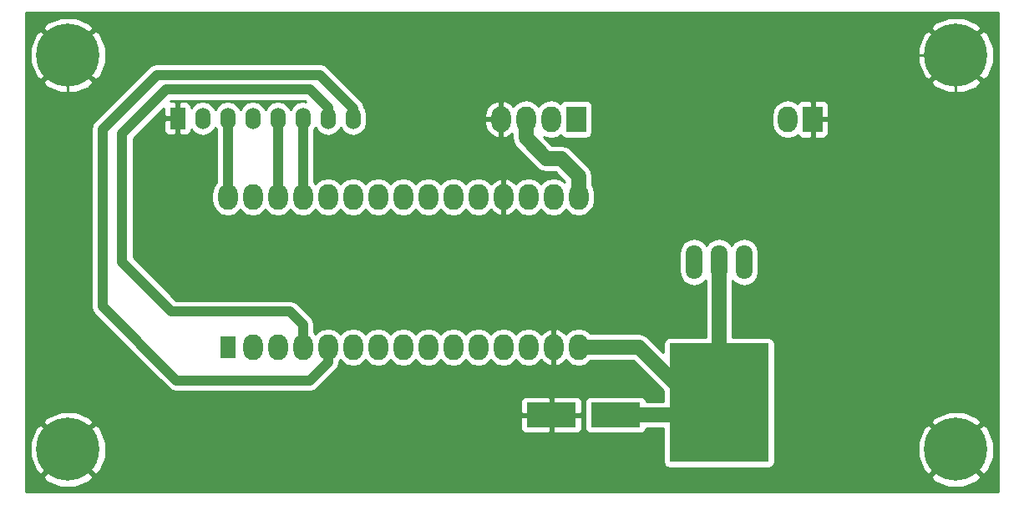
<source format=gtl>
G04 #@! TF.FileFunction,Copper,L1,Top,Signal*
%FSLAX46Y46*%
G04 Gerber Fmt 4.6, Leading zero omitted, Abs format (unit mm)*
G04 Created by KiCad (PCBNEW 4.0.6) date 07/16/17 10:36:20*
%MOMM*%
%LPD*%
G01*
G04 APERTURE LIST*
%ADD10C,0.100000*%
%ADD11O,1.699260X3.500120*%
%ADD12R,10.000000X12.000000*%
%ADD13R,1.574800X2.286000*%
%ADD14O,2.000000X2.600000*%
%ADD15R,5.000000X2.500000*%
%ADD16R,2.000000X2.600000*%
%ADD17C,6.400000*%
%ADD18O,1.524000X2.197100*%
%ADD19R,1.524000X2.197100*%
%ADD20C,0.600000*%
%ADD21C,0.250000*%
%ADD22C,1.500000*%
%ADD23C,1.000000*%
%ADD24C,0.500000*%
%ADD25C,0.254000*%
G04 APERTURE END LIST*
D10*
D11*
X162000000Y-95000000D03*
X164540000Y-95000000D03*
X159460000Y-95000000D03*
D12*
X162000000Y-109264000D03*
D13*
X112200000Y-103620000D03*
D14*
X114740000Y-103620000D03*
X117280000Y-103620000D03*
X119820000Y-103620000D03*
X122360000Y-103620000D03*
X124900000Y-103620000D03*
X127440000Y-103620000D03*
X129980000Y-103620000D03*
X132520000Y-103620000D03*
X135060000Y-103620000D03*
X137600000Y-103620000D03*
X140140000Y-103620000D03*
X142680000Y-103620000D03*
X145220000Y-103620000D03*
X147760000Y-103620000D03*
X147760000Y-88380000D03*
X145220000Y-88380000D03*
X142680000Y-88380000D03*
X140140000Y-88380000D03*
X137600000Y-88380000D03*
X135060000Y-88380000D03*
X132520000Y-88380000D03*
X129980000Y-88380000D03*
X127440000Y-88380000D03*
X124900000Y-88380000D03*
X122360000Y-88380000D03*
X119820000Y-88380000D03*
X117280000Y-88380000D03*
X114740000Y-88380000D03*
X112200000Y-88380000D03*
D15*
X151500000Y-110500000D03*
X145000000Y-110500000D03*
D16*
X171500000Y-80500000D03*
D14*
X168960000Y-80500000D03*
D16*
X147500000Y-80500000D03*
D14*
X144960000Y-80500000D03*
X142420000Y-80500000D03*
X139880000Y-80500000D03*
D17*
X96000000Y-114000000D03*
X186000000Y-74000000D03*
X186000000Y-114000000D03*
X96000000Y-74000000D03*
D18*
X122350000Y-80423800D03*
X117270000Y-80423800D03*
X114730000Y-80423800D03*
X112190000Y-80423800D03*
X124890000Y-80423800D03*
X119810000Y-80423800D03*
D19*
X107110000Y-80423800D03*
D18*
X109650000Y-80423800D03*
D20*
X135000000Y-92500000D03*
X125000000Y-92500000D03*
X115000000Y-92500000D03*
X132500000Y-97500000D03*
X122500000Y-97500000D03*
X112500000Y-97500000D03*
X100000000Y-72500000D03*
X110000000Y-72500000D03*
X120000000Y-72500000D03*
X130000000Y-72500000D03*
X140000000Y-72500000D03*
X150000000Y-72500000D03*
X160000000Y-72500000D03*
X170000000Y-72500000D03*
X180000000Y-72500000D03*
X185000000Y-85000000D03*
X185000000Y-95000000D03*
X185000000Y-105000000D03*
X170000000Y-115000000D03*
X180000000Y-115000000D03*
X155000000Y-115000000D03*
X145000000Y-115000000D03*
X135000000Y-115000000D03*
X125000000Y-115000000D03*
X115000000Y-115000000D03*
X105000000Y-115000000D03*
X95000000Y-100000000D03*
X95000000Y-90000000D03*
X95000000Y-80000000D03*
D21*
X107110000Y-80423800D02*
X107110000Y-92110000D01*
X125000000Y-92500000D02*
X135000000Y-92500000D01*
X107500000Y-92500000D02*
X115000000Y-92500000D01*
X107110000Y-92110000D02*
X107500000Y-92500000D01*
X132500000Y-97500000D02*
X122500000Y-97500000D01*
X186000000Y-74000000D02*
X181500000Y-74000000D01*
X110000000Y-72500000D02*
X100000000Y-72500000D01*
X130000000Y-72500000D02*
X120000000Y-72500000D01*
X150000000Y-72500000D02*
X140000000Y-72500000D01*
X170000000Y-72500000D02*
X160000000Y-72500000D01*
X181500000Y-74000000D02*
X180000000Y-72500000D01*
X186000000Y-84000000D02*
X186000000Y-74000000D01*
X185000000Y-85000000D02*
X186000000Y-84000000D01*
X185000000Y-105000000D02*
X185000000Y-95000000D01*
X180000000Y-115000000D02*
X170000000Y-115000000D01*
X145000000Y-115000000D02*
X155000000Y-115000000D01*
X125000000Y-115000000D02*
X135000000Y-115000000D01*
X105000000Y-115000000D02*
X115000000Y-115000000D01*
X96000000Y-74000000D02*
X96000000Y-79000000D01*
X95000000Y-90000000D02*
X95000000Y-100000000D01*
X96000000Y-79000000D02*
X95000000Y-80000000D01*
D22*
X151500000Y-110500000D02*
X160736000Y-110500000D01*
X160736000Y-110500000D02*
X162000000Y-111764000D01*
X147760000Y-103620000D02*
X153856000Y-103620000D01*
X153856000Y-103620000D02*
X162000000Y-111764000D01*
X162000000Y-95000000D02*
X162000000Y-111764000D01*
X142420000Y-80500000D02*
X142420000Y-82420000D01*
X147760000Y-86260000D02*
X147760000Y-88380000D01*
X146000000Y-84500000D02*
X147760000Y-86260000D01*
X144500000Y-84500000D02*
X146000000Y-84500000D01*
X142420000Y-82420000D02*
X144500000Y-84500000D01*
D23*
X122350000Y-80423800D02*
X122350000Y-79350000D01*
X122350000Y-79350000D02*
X120500000Y-77500000D01*
X120500000Y-77500000D02*
X106000000Y-77500000D01*
X106000000Y-77500000D02*
X101500000Y-82000000D01*
X101500000Y-82000000D02*
X101500000Y-95000000D01*
X101500000Y-95000000D02*
X106500000Y-100000000D01*
X106500000Y-100000000D02*
X118500000Y-100000000D01*
X118500000Y-100000000D02*
X119820000Y-101320000D01*
X119820000Y-101320000D02*
X119820000Y-103620000D01*
X117270000Y-80423800D02*
X117270000Y-88370000D01*
D24*
X117270000Y-88370000D02*
X117280000Y-88380000D01*
D23*
X112190000Y-80423800D02*
X112190000Y-88370000D01*
D24*
X112190000Y-88370000D02*
X112200000Y-88380000D01*
D23*
X122360000Y-103620000D02*
X122360000Y-105140000D01*
X121500000Y-76000000D02*
X124890000Y-79390000D01*
X105000000Y-76000000D02*
X121500000Y-76000000D01*
X99500000Y-81500000D02*
X105000000Y-76000000D01*
X99500000Y-99500000D02*
X99500000Y-81500000D01*
X107000000Y-107000000D02*
X99500000Y-99500000D01*
X120500000Y-107000000D02*
X107000000Y-107000000D01*
X122360000Y-105140000D02*
X120500000Y-107000000D01*
X124890000Y-79390000D02*
X124890000Y-80423800D01*
X119810000Y-80423800D02*
X119810000Y-88370000D01*
D24*
X119810000Y-88370000D02*
X119820000Y-88380000D01*
D25*
G36*
X190290000Y-118290000D02*
X91710000Y-118290000D01*
X91710000Y-116740910D01*
X93438695Y-116740910D01*
X93805640Y-117236343D01*
X95211171Y-117829736D01*
X96736793Y-117840087D01*
X98150246Y-117265819D01*
X98194360Y-117236343D01*
X98561305Y-116740910D01*
X183438695Y-116740910D01*
X183805640Y-117236343D01*
X185211171Y-117829736D01*
X186736793Y-117840087D01*
X188150246Y-117265819D01*
X188194360Y-117236343D01*
X188561305Y-116740910D01*
X186000000Y-114179605D01*
X183438695Y-116740910D01*
X98561305Y-116740910D01*
X96000000Y-114179605D01*
X93438695Y-116740910D01*
X91710000Y-116740910D01*
X91710000Y-114736793D01*
X92159913Y-114736793D01*
X92734181Y-116150246D01*
X92763657Y-116194360D01*
X93259090Y-116561305D01*
X95820395Y-114000000D01*
X96179605Y-114000000D01*
X98740910Y-116561305D01*
X99236343Y-116194360D01*
X99829736Y-114788829D01*
X99840087Y-113263207D01*
X99265819Y-111849754D01*
X99236343Y-111805640D01*
X98740910Y-111438695D01*
X96179605Y-114000000D01*
X95820395Y-114000000D01*
X93259090Y-111438695D01*
X92763657Y-111805640D01*
X92170264Y-113211171D01*
X92159913Y-114736793D01*
X91710000Y-114736793D01*
X91710000Y-111259090D01*
X93438695Y-111259090D01*
X96000000Y-113820395D01*
X98561305Y-111259090D01*
X98210724Y-110785750D01*
X141865000Y-110785750D01*
X141865000Y-111876310D01*
X141961673Y-112109699D01*
X142140302Y-112288327D01*
X142373691Y-112385000D01*
X144714250Y-112385000D01*
X144873000Y-112226250D01*
X144873000Y-110627000D01*
X145127000Y-110627000D01*
X145127000Y-112226250D01*
X145285750Y-112385000D01*
X147626309Y-112385000D01*
X147859698Y-112288327D01*
X148038327Y-112109699D01*
X148135000Y-111876310D01*
X148135000Y-110785750D01*
X147976250Y-110627000D01*
X145127000Y-110627000D01*
X144873000Y-110627000D01*
X142023750Y-110627000D01*
X141865000Y-110785750D01*
X98210724Y-110785750D01*
X98194360Y-110763657D01*
X96788829Y-110170264D01*
X95263207Y-110159913D01*
X93849754Y-110734181D01*
X93805640Y-110763657D01*
X93438695Y-111259090D01*
X91710000Y-111259090D01*
X91710000Y-109123690D01*
X141865000Y-109123690D01*
X141865000Y-110214250D01*
X142023750Y-110373000D01*
X144873000Y-110373000D01*
X144873000Y-108773750D01*
X145127000Y-108773750D01*
X145127000Y-110373000D01*
X147976250Y-110373000D01*
X148135000Y-110214250D01*
X148135000Y-109123690D01*
X148038327Y-108890301D01*
X147859698Y-108711673D01*
X147626309Y-108615000D01*
X145285750Y-108615000D01*
X145127000Y-108773750D01*
X144873000Y-108773750D01*
X144714250Y-108615000D01*
X142373691Y-108615000D01*
X142140302Y-108711673D01*
X141961673Y-108890301D01*
X141865000Y-109123690D01*
X91710000Y-109123690D01*
X91710000Y-81500000D01*
X98365000Y-81500000D01*
X98365000Y-99500000D01*
X98451397Y-99934346D01*
X98495266Y-100000000D01*
X98697434Y-100302566D01*
X106197434Y-107802566D01*
X106565654Y-108048603D01*
X107000000Y-108135000D01*
X120500000Y-108135000D01*
X120934346Y-108048603D01*
X121302566Y-107802566D01*
X123162566Y-105942566D01*
X123214394Y-105865000D01*
X123408603Y-105574346D01*
X123495000Y-105140000D01*
X123495000Y-105128141D01*
X123516120Y-105114029D01*
X123630000Y-104943595D01*
X123743880Y-105114029D01*
X124274313Y-105468452D01*
X124900000Y-105592909D01*
X125525687Y-105468452D01*
X126056120Y-105114029D01*
X126170000Y-104943595D01*
X126283880Y-105114029D01*
X126814313Y-105468452D01*
X127440000Y-105592909D01*
X128065687Y-105468452D01*
X128596120Y-105114029D01*
X128710000Y-104943595D01*
X128823880Y-105114029D01*
X129354313Y-105468452D01*
X129980000Y-105592909D01*
X130605687Y-105468452D01*
X131136120Y-105114029D01*
X131250000Y-104943595D01*
X131363880Y-105114029D01*
X131894313Y-105468452D01*
X132520000Y-105592909D01*
X133145687Y-105468452D01*
X133676120Y-105114029D01*
X133790000Y-104943595D01*
X133903880Y-105114029D01*
X134434313Y-105468452D01*
X135060000Y-105592909D01*
X135685687Y-105468452D01*
X136216120Y-105114029D01*
X136330000Y-104943595D01*
X136443880Y-105114029D01*
X136974313Y-105468452D01*
X137600000Y-105592909D01*
X138225687Y-105468452D01*
X138756120Y-105114029D01*
X138870000Y-104943595D01*
X138983880Y-105114029D01*
X139514313Y-105468452D01*
X140140000Y-105592909D01*
X140765687Y-105468452D01*
X141296120Y-105114029D01*
X141410000Y-104943595D01*
X141523880Y-105114029D01*
X142054313Y-105468452D01*
X142680000Y-105592909D01*
X143305687Y-105468452D01*
X143836120Y-105114029D01*
X143963219Y-104923812D01*
X144153683Y-105165922D01*
X144711645Y-105479144D01*
X144839566Y-105510124D01*
X145093000Y-105390777D01*
X145093000Y-103747000D01*
X145073000Y-103747000D01*
X145073000Y-103493000D01*
X145093000Y-103493000D01*
X145093000Y-101849223D01*
X145347000Y-101849223D01*
X145347000Y-103493000D01*
X145367000Y-103493000D01*
X145367000Y-103747000D01*
X145347000Y-103747000D01*
X145347000Y-105390777D01*
X145600434Y-105510124D01*
X145728355Y-105479144D01*
X146286317Y-105165922D01*
X146476781Y-104923812D01*
X146603880Y-105114029D01*
X147134313Y-105468452D01*
X147760000Y-105592909D01*
X148385687Y-105468452D01*
X148916120Y-105114029D01*
X148988971Y-105005000D01*
X153282314Y-105005000D01*
X156352560Y-108075246D01*
X156352560Y-109115000D01*
X154622038Y-109115000D01*
X154603162Y-109014683D01*
X154464090Y-108798559D01*
X154251890Y-108653569D01*
X154000000Y-108602560D01*
X149000000Y-108602560D01*
X148764683Y-108646838D01*
X148548559Y-108785910D01*
X148403569Y-108998110D01*
X148352560Y-109250000D01*
X148352560Y-111750000D01*
X148396838Y-111985317D01*
X148535910Y-112201441D01*
X148748110Y-112346431D01*
X149000000Y-112397440D01*
X154000000Y-112397440D01*
X154235317Y-112353162D01*
X154451441Y-112214090D01*
X154596431Y-112001890D01*
X154620102Y-111885000D01*
X156352560Y-111885000D01*
X156352560Y-115264000D01*
X156396838Y-115499317D01*
X156535910Y-115715441D01*
X156748110Y-115860431D01*
X157000000Y-115911440D01*
X167000000Y-115911440D01*
X167235317Y-115867162D01*
X167451441Y-115728090D01*
X167596431Y-115515890D01*
X167647440Y-115264000D01*
X167647440Y-114736793D01*
X182159913Y-114736793D01*
X182734181Y-116150246D01*
X182763657Y-116194360D01*
X183259090Y-116561305D01*
X185820395Y-114000000D01*
X186179605Y-114000000D01*
X188740910Y-116561305D01*
X189236343Y-116194360D01*
X189829736Y-114788829D01*
X189840087Y-113263207D01*
X189265819Y-111849754D01*
X189236343Y-111805640D01*
X188740910Y-111438695D01*
X186179605Y-114000000D01*
X185820395Y-114000000D01*
X183259090Y-111438695D01*
X182763657Y-111805640D01*
X182170264Y-113211171D01*
X182159913Y-114736793D01*
X167647440Y-114736793D01*
X167647440Y-111259090D01*
X183438695Y-111259090D01*
X186000000Y-113820395D01*
X188561305Y-111259090D01*
X188194360Y-110763657D01*
X186788829Y-110170264D01*
X185263207Y-110159913D01*
X183849754Y-110734181D01*
X183805640Y-110763657D01*
X183438695Y-111259090D01*
X167647440Y-111259090D01*
X167647440Y-103264000D01*
X167603162Y-103028683D01*
X167464090Y-102812559D01*
X167251890Y-102667569D01*
X167000000Y-102616560D01*
X163385000Y-102616560D01*
X163385000Y-96839493D01*
X163490208Y-96996948D01*
X163971857Y-97318775D01*
X164540000Y-97431786D01*
X165108143Y-97318775D01*
X165589792Y-96996948D01*
X165911619Y-96515299D01*
X166024630Y-95947156D01*
X166024630Y-94052844D01*
X165911619Y-93484701D01*
X165589792Y-93003052D01*
X165108143Y-92681225D01*
X164540000Y-92568214D01*
X163971857Y-92681225D01*
X163490208Y-93003052D01*
X163270000Y-93332617D01*
X163049792Y-93003052D01*
X162568143Y-92681225D01*
X162000000Y-92568214D01*
X161431857Y-92681225D01*
X160950208Y-93003052D01*
X160730000Y-93332617D01*
X160509792Y-93003052D01*
X160028143Y-92681225D01*
X159460000Y-92568214D01*
X158891857Y-92681225D01*
X158410208Y-93003052D01*
X158088381Y-93484701D01*
X157975370Y-94052844D01*
X157975370Y-95947156D01*
X158088381Y-96515299D01*
X158410208Y-96996948D01*
X158891857Y-97318775D01*
X159460000Y-97431786D01*
X160028143Y-97318775D01*
X160509792Y-96996948D01*
X160615000Y-96839493D01*
X160615000Y-102616560D01*
X157000000Y-102616560D01*
X156764683Y-102660838D01*
X156548559Y-102799910D01*
X156403569Y-103012110D01*
X156352560Y-103264000D01*
X156352560Y-104157874D01*
X154835343Y-102640657D01*
X154799279Y-102616560D01*
X154386017Y-102340427D01*
X153856000Y-102235000D01*
X148988971Y-102235000D01*
X148916120Y-102125971D01*
X148385687Y-101771548D01*
X147760000Y-101647091D01*
X147134313Y-101771548D01*
X146603880Y-102125971D01*
X146476781Y-102316188D01*
X146286317Y-102074078D01*
X145728355Y-101760856D01*
X145600434Y-101729876D01*
X145347000Y-101849223D01*
X145093000Y-101849223D01*
X144839566Y-101729876D01*
X144711645Y-101760856D01*
X144153683Y-102074078D01*
X143963219Y-102316188D01*
X143836120Y-102125971D01*
X143305687Y-101771548D01*
X142680000Y-101647091D01*
X142054313Y-101771548D01*
X141523880Y-102125971D01*
X141410000Y-102296405D01*
X141296120Y-102125971D01*
X140765687Y-101771548D01*
X140140000Y-101647091D01*
X139514313Y-101771548D01*
X138983880Y-102125971D01*
X138870000Y-102296405D01*
X138756120Y-102125971D01*
X138225687Y-101771548D01*
X137600000Y-101647091D01*
X136974313Y-101771548D01*
X136443880Y-102125971D01*
X136330000Y-102296405D01*
X136216120Y-102125971D01*
X135685687Y-101771548D01*
X135060000Y-101647091D01*
X134434313Y-101771548D01*
X133903880Y-102125971D01*
X133790000Y-102296405D01*
X133676120Y-102125971D01*
X133145687Y-101771548D01*
X132520000Y-101647091D01*
X131894313Y-101771548D01*
X131363880Y-102125971D01*
X131250000Y-102296405D01*
X131136120Y-102125971D01*
X130605687Y-101771548D01*
X129980000Y-101647091D01*
X129354313Y-101771548D01*
X128823880Y-102125971D01*
X128710000Y-102296405D01*
X128596120Y-102125971D01*
X128065687Y-101771548D01*
X127440000Y-101647091D01*
X126814313Y-101771548D01*
X126283880Y-102125971D01*
X126170000Y-102296405D01*
X126056120Y-102125971D01*
X125525687Y-101771548D01*
X124900000Y-101647091D01*
X124274313Y-101771548D01*
X123743880Y-102125971D01*
X123630000Y-102296405D01*
X123516120Y-102125971D01*
X122985687Y-101771548D01*
X122360000Y-101647091D01*
X121734313Y-101771548D01*
X121203880Y-102125971D01*
X121090000Y-102296405D01*
X120976120Y-102125971D01*
X120955000Y-102111859D01*
X120955000Y-101320000D01*
X120868603Y-100885654D01*
X120622566Y-100517434D01*
X119302566Y-99197434D01*
X118934346Y-98951397D01*
X118500000Y-98865000D01*
X106970132Y-98865000D01*
X102635000Y-94529868D01*
X102635000Y-82470132D01*
X104395582Y-80709550D01*
X105713000Y-80709550D01*
X105713000Y-81648660D01*
X105809673Y-81882049D01*
X105988302Y-82060677D01*
X106221691Y-82157350D01*
X106824250Y-82157350D01*
X106983000Y-81998600D01*
X106983000Y-80550800D01*
X105871750Y-80550800D01*
X105713000Y-80709550D01*
X104395582Y-80709550D01*
X105713000Y-79392132D01*
X105713000Y-80138050D01*
X105871750Y-80296800D01*
X106983000Y-80296800D01*
X106983000Y-78849000D01*
X106824250Y-78690250D01*
X106414882Y-78690250D01*
X106470132Y-78635000D01*
X120029868Y-78635000D01*
X120111035Y-78716167D01*
X119810000Y-78656288D01*
X119275391Y-78762628D01*
X118822172Y-79065460D01*
X118540000Y-79487759D01*
X118257828Y-79065460D01*
X117804609Y-78762628D01*
X117270000Y-78656288D01*
X116735391Y-78762628D01*
X116282172Y-79065460D01*
X116000000Y-79487759D01*
X115717828Y-79065460D01*
X115264609Y-78762628D01*
X114730000Y-78656288D01*
X114195391Y-78762628D01*
X113742172Y-79065460D01*
X113460000Y-79487759D01*
X113177828Y-79065460D01*
X112724609Y-78762628D01*
X112190000Y-78656288D01*
X111655391Y-78762628D01*
X111202172Y-79065460D01*
X110920000Y-79487759D01*
X110637828Y-79065460D01*
X110184609Y-78762628D01*
X109650000Y-78656288D01*
X109115391Y-78762628D01*
X108662172Y-79065460D01*
X108507000Y-79297691D01*
X108507000Y-79198940D01*
X108410327Y-78965551D01*
X108231698Y-78786923D01*
X107998309Y-78690250D01*
X107395750Y-78690250D01*
X107237000Y-78849000D01*
X107237000Y-80296800D01*
X107257000Y-80296800D01*
X107257000Y-80550800D01*
X107237000Y-80550800D01*
X107237000Y-81998600D01*
X107395750Y-82157350D01*
X107998309Y-82157350D01*
X108231698Y-82060677D01*
X108410327Y-81882049D01*
X108507000Y-81648660D01*
X108507000Y-81549909D01*
X108662172Y-81782140D01*
X109115391Y-82084972D01*
X109650000Y-82191312D01*
X110184609Y-82084972D01*
X110637828Y-81782140D01*
X110920000Y-81359841D01*
X111055000Y-81561882D01*
X111055000Y-86878541D01*
X111043880Y-86885971D01*
X110689457Y-87416404D01*
X110565000Y-88042091D01*
X110565000Y-88717909D01*
X110689457Y-89343596D01*
X111043880Y-89874029D01*
X111574313Y-90228452D01*
X112200000Y-90352909D01*
X112825687Y-90228452D01*
X113356120Y-89874029D01*
X113470000Y-89703595D01*
X113583880Y-89874029D01*
X114114313Y-90228452D01*
X114740000Y-90352909D01*
X115365687Y-90228452D01*
X115896120Y-89874029D01*
X116010000Y-89703595D01*
X116123880Y-89874029D01*
X116654313Y-90228452D01*
X117280000Y-90352909D01*
X117905687Y-90228452D01*
X118436120Y-89874029D01*
X118550000Y-89703595D01*
X118663880Y-89874029D01*
X119194313Y-90228452D01*
X119820000Y-90352909D01*
X120445687Y-90228452D01*
X120976120Y-89874029D01*
X121090000Y-89703595D01*
X121203880Y-89874029D01*
X121734313Y-90228452D01*
X122360000Y-90352909D01*
X122985687Y-90228452D01*
X123516120Y-89874029D01*
X123630000Y-89703595D01*
X123743880Y-89874029D01*
X124274313Y-90228452D01*
X124900000Y-90352909D01*
X125525687Y-90228452D01*
X126056120Y-89874029D01*
X126170000Y-89703595D01*
X126283880Y-89874029D01*
X126814313Y-90228452D01*
X127440000Y-90352909D01*
X128065687Y-90228452D01*
X128596120Y-89874029D01*
X128710000Y-89703595D01*
X128823880Y-89874029D01*
X129354313Y-90228452D01*
X129980000Y-90352909D01*
X130605687Y-90228452D01*
X131136120Y-89874029D01*
X131250000Y-89703595D01*
X131363880Y-89874029D01*
X131894313Y-90228452D01*
X132520000Y-90352909D01*
X133145687Y-90228452D01*
X133676120Y-89874029D01*
X133790000Y-89703595D01*
X133903880Y-89874029D01*
X134434313Y-90228452D01*
X135060000Y-90352909D01*
X135685687Y-90228452D01*
X136216120Y-89874029D01*
X136330000Y-89703595D01*
X136443880Y-89874029D01*
X136974313Y-90228452D01*
X137600000Y-90352909D01*
X138225687Y-90228452D01*
X138756120Y-89874029D01*
X138883219Y-89683812D01*
X139073683Y-89925922D01*
X139631645Y-90239144D01*
X139759566Y-90270124D01*
X140013000Y-90150777D01*
X140013000Y-88507000D01*
X139993000Y-88507000D01*
X139993000Y-88253000D01*
X140013000Y-88253000D01*
X140013000Y-86609223D01*
X139759566Y-86489876D01*
X139631645Y-86520856D01*
X139073683Y-86834078D01*
X138883219Y-87076188D01*
X138756120Y-86885971D01*
X138225687Y-86531548D01*
X137600000Y-86407091D01*
X136974313Y-86531548D01*
X136443880Y-86885971D01*
X136330000Y-87056405D01*
X136216120Y-86885971D01*
X135685687Y-86531548D01*
X135060000Y-86407091D01*
X134434313Y-86531548D01*
X133903880Y-86885971D01*
X133790000Y-87056405D01*
X133676120Y-86885971D01*
X133145687Y-86531548D01*
X132520000Y-86407091D01*
X131894313Y-86531548D01*
X131363880Y-86885971D01*
X131250000Y-87056405D01*
X131136120Y-86885971D01*
X130605687Y-86531548D01*
X129980000Y-86407091D01*
X129354313Y-86531548D01*
X128823880Y-86885971D01*
X128710000Y-87056405D01*
X128596120Y-86885971D01*
X128065687Y-86531548D01*
X127440000Y-86407091D01*
X126814313Y-86531548D01*
X126283880Y-86885971D01*
X126170000Y-87056405D01*
X126056120Y-86885971D01*
X125525687Y-86531548D01*
X124900000Y-86407091D01*
X124274313Y-86531548D01*
X123743880Y-86885971D01*
X123630000Y-87056405D01*
X123516120Y-86885971D01*
X122985687Y-86531548D01*
X122360000Y-86407091D01*
X121734313Y-86531548D01*
X121203880Y-86885971D01*
X121090000Y-87056405D01*
X120976120Y-86885971D01*
X120945000Y-86865177D01*
X120945000Y-81561882D01*
X121080000Y-81359841D01*
X121362172Y-81782140D01*
X121815391Y-82084972D01*
X122350000Y-82191312D01*
X122884609Y-82084972D01*
X123337828Y-81782140D01*
X123620000Y-81359841D01*
X123902172Y-81782140D01*
X124355391Y-82084972D01*
X124890000Y-82191312D01*
X125424609Y-82084972D01*
X125877828Y-81782140D01*
X126180660Y-81328921D01*
X126287000Y-80794312D01*
X126287000Y-80627000D01*
X138245000Y-80627000D01*
X138245000Y-80927000D01*
X138418058Y-81543020D01*
X138813683Y-82045922D01*
X139371645Y-82359144D01*
X139499566Y-82390124D01*
X139753000Y-82270777D01*
X139753000Y-80627000D01*
X138245000Y-80627000D01*
X126287000Y-80627000D01*
X126287000Y-80073000D01*
X138245000Y-80073000D01*
X138245000Y-80373000D01*
X139753000Y-80373000D01*
X139753000Y-78729223D01*
X140007000Y-78729223D01*
X140007000Y-80373000D01*
X140027000Y-80373000D01*
X140027000Y-80627000D01*
X140007000Y-80627000D01*
X140007000Y-82270777D01*
X140260434Y-82390124D01*
X140388355Y-82359144D01*
X140946317Y-82045922D01*
X141035000Y-81933192D01*
X141035000Y-82420000D01*
X141140427Y-82950017D01*
X141264029Y-83135000D01*
X141440657Y-83399343D01*
X143520657Y-85479343D01*
X143969983Y-85779573D01*
X144500000Y-85885000D01*
X145426314Y-85885000D01*
X146375000Y-86833686D01*
X146375000Y-86885223D01*
X145845687Y-86531548D01*
X145220000Y-86407091D01*
X144594313Y-86531548D01*
X144063880Y-86885971D01*
X143950000Y-87056405D01*
X143836120Y-86885971D01*
X143305687Y-86531548D01*
X142680000Y-86407091D01*
X142054313Y-86531548D01*
X141523880Y-86885971D01*
X141396781Y-87076188D01*
X141206317Y-86834078D01*
X140648355Y-86520856D01*
X140520434Y-86489876D01*
X140267000Y-86609223D01*
X140267000Y-88253000D01*
X140287000Y-88253000D01*
X140287000Y-88507000D01*
X140267000Y-88507000D01*
X140267000Y-90150777D01*
X140520434Y-90270124D01*
X140648355Y-90239144D01*
X141206317Y-89925922D01*
X141396781Y-89683812D01*
X141523880Y-89874029D01*
X142054313Y-90228452D01*
X142680000Y-90352909D01*
X143305687Y-90228452D01*
X143836120Y-89874029D01*
X143950000Y-89703595D01*
X144063880Y-89874029D01*
X144594313Y-90228452D01*
X145220000Y-90352909D01*
X145845687Y-90228452D01*
X146376120Y-89874029D01*
X146490000Y-89703595D01*
X146603880Y-89874029D01*
X147134313Y-90228452D01*
X147760000Y-90352909D01*
X148385687Y-90228452D01*
X148916120Y-89874029D01*
X149270543Y-89343596D01*
X149395000Y-88717909D01*
X149395000Y-88042091D01*
X149270543Y-87416404D01*
X149145000Y-87228515D01*
X149145000Y-86260000D01*
X149039573Y-85729983D01*
X148739343Y-85280657D01*
X146979343Y-83520657D01*
X146530017Y-83220427D01*
X146000000Y-83115000D01*
X145073686Y-83115000D01*
X144252417Y-82293731D01*
X144334313Y-82348452D01*
X144960000Y-82472909D01*
X145585687Y-82348452D01*
X145944192Y-82108907D01*
X146035910Y-82251441D01*
X146248110Y-82396431D01*
X146500000Y-82447440D01*
X148500000Y-82447440D01*
X148735317Y-82403162D01*
X148951441Y-82264090D01*
X149096431Y-82051890D01*
X149147440Y-81800000D01*
X149147440Y-80162091D01*
X167325000Y-80162091D01*
X167325000Y-80837909D01*
X167449457Y-81463596D01*
X167803880Y-81994029D01*
X168334313Y-82348452D01*
X168960000Y-82472909D01*
X169585687Y-82348452D01*
X169941406Y-82110769D01*
X169961673Y-82159699D01*
X170140302Y-82338327D01*
X170373691Y-82435000D01*
X171214250Y-82435000D01*
X171373000Y-82276250D01*
X171373000Y-80627000D01*
X171627000Y-80627000D01*
X171627000Y-82276250D01*
X171785750Y-82435000D01*
X172626309Y-82435000D01*
X172859698Y-82338327D01*
X173038327Y-82159699D01*
X173135000Y-81926310D01*
X173135000Y-80785750D01*
X172976250Y-80627000D01*
X171627000Y-80627000D01*
X171373000Y-80627000D01*
X171353000Y-80627000D01*
X171353000Y-80373000D01*
X171373000Y-80373000D01*
X171373000Y-78723750D01*
X171627000Y-78723750D01*
X171627000Y-80373000D01*
X172976250Y-80373000D01*
X173135000Y-80214250D01*
X173135000Y-79073690D01*
X173038327Y-78840301D01*
X172859698Y-78661673D01*
X172626309Y-78565000D01*
X171785750Y-78565000D01*
X171627000Y-78723750D01*
X171373000Y-78723750D01*
X171214250Y-78565000D01*
X170373691Y-78565000D01*
X170140302Y-78661673D01*
X169961673Y-78840301D01*
X169941406Y-78889231D01*
X169585687Y-78651548D01*
X168960000Y-78527091D01*
X168334313Y-78651548D01*
X167803880Y-79005971D01*
X167449457Y-79536404D01*
X167325000Y-80162091D01*
X149147440Y-80162091D01*
X149147440Y-79200000D01*
X149103162Y-78964683D01*
X148964090Y-78748559D01*
X148751890Y-78603569D01*
X148500000Y-78552560D01*
X146500000Y-78552560D01*
X146264683Y-78596838D01*
X146048559Y-78735910D01*
X145943049Y-78890329D01*
X145585687Y-78651548D01*
X144960000Y-78527091D01*
X144334313Y-78651548D01*
X143803880Y-79005971D01*
X143690000Y-79176405D01*
X143576120Y-79005971D01*
X143045687Y-78651548D01*
X142420000Y-78527091D01*
X141794313Y-78651548D01*
X141263880Y-79005971D01*
X141136781Y-79196188D01*
X140946317Y-78954078D01*
X140388355Y-78640856D01*
X140260434Y-78609876D01*
X140007000Y-78729223D01*
X139753000Y-78729223D01*
X139499566Y-78609876D01*
X139371645Y-78640856D01*
X138813683Y-78954078D01*
X138418058Y-79456980D01*
X138245000Y-80073000D01*
X126287000Y-80073000D01*
X126287000Y-80053288D01*
X126180660Y-79518679D01*
X125995464Y-79241515D01*
X125938603Y-78955654D01*
X125692566Y-78587434D01*
X123846042Y-76740910D01*
X183438695Y-76740910D01*
X183805640Y-77236343D01*
X185211171Y-77829736D01*
X186736793Y-77840087D01*
X188150246Y-77265819D01*
X188194360Y-77236343D01*
X188561305Y-76740910D01*
X186000000Y-74179605D01*
X183438695Y-76740910D01*
X123846042Y-76740910D01*
X122302566Y-75197434D01*
X121934346Y-74951397D01*
X121500000Y-74865000D01*
X105000000Y-74865000D01*
X104565655Y-74951396D01*
X104197434Y-75197434D01*
X98697434Y-80697434D01*
X98451397Y-81065654D01*
X98365000Y-81500000D01*
X91710000Y-81500000D01*
X91710000Y-76740910D01*
X93438695Y-76740910D01*
X93805640Y-77236343D01*
X95211171Y-77829736D01*
X96736793Y-77840087D01*
X98150246Y-77265819D01*
X98194360Y-77236343D01*
X98561305Y-76740910D01*
X96000000Y-74179605D01*
X93438695Y-76740910D01*
X91710000Y-76740910D01*
X91710000Y-74736793D01*
X92159913Y-74736793D01*
X92734181Y-76150246D01*
X92763657Y-76194360D01*
X93259090Y-76561305D01*
X95820395Y-74000000D01*
X96179605Y-74000000D01*
X98740910Y-76561305D01*
X99236343Y-76194360D01*
X99829736Y-74788829D01*
X99830089Y-74736793D01*
X182159913Y-74736793D01*
X182734181Y-76150246D01*
X182763657Y-76194360D01*
X183259090Y-76561305D01*
X185820395Y-74000000D01*
X186179605Y-74000000D01*
X188740910Y-76561305D01*
X189236343Y-76194360D01*
X189829736Y-74788829D01*
X189840087Y-73263207D01*
X189265819Y-71849754D01*
X189236343Y-71805640D01*
X188740910Y-71438695D01*
X186179605Y-74000000D01*
X185820395Y-74000000D01*
X183259090Y-71438695D01*
X182763657Y-71805640D01*
X182170264Y-73211171D01*
X182159913Y-74736793D01*
X99830089Y-74736793D01*
X99840087Y-73263207D01*
X99265819Y-71849754D01*
X99236343Y-71805640D01*
X98740910Y-71438695D01*
X96179605Y-74000000D01*
X95820395Y-74000000D01*
X93259090Y-71438695D01*
X92763657Y-71805640D01*
X92170264Y-73211171D01*
X92159913Y-74736793D01*
X91710000Y-74736793D01*
X91710000Y-71259090D01*
X93438695Y-71259090D01*
X96000000Y-73820395D01*
X98561305Y-71259090D01*
X183438695Y-71259090D01*
X186000000Y-73820395D01*
X188561305Y-71259090D01*
X188194360Y-70763657D01*
X186788829Y-70170264D01*
X185263207Y-70159913D01*
X183849754Y-70734181D01*
X183805640Y-70763657D01*
X183438695Y-71259090D01*
X98561305Y-71259090D01*
X98194360Y-70763657D01*
X96788829Y-70170264D01*
X95263207Y-70159913D01*
X93849754Y-70734181D01*
X93805640Y-70763657D01*
X93438695Y-71259090D01*
X91710000Y-71259090D01*
X91710000Y-69710000D01*
X190290000Y-69710000D01*
X190290000Y-118290000D01*
X190290000Y-118290000D01*
G37*
X190290000Y-118290000D02*
X91710000Y-118290000D01*
X91710000Y-116740910D01*
X93438695Y-116740910D01*
X93805640Y-117236343D01*
X95211171Y-117829736D01*
X96736793Y-117840087D01*
X98150246Y-117265819D01*
X98194360Y-117236343D01*
X98561305Y-116740910D01*
X183438695Y-116740910D01*
X183805640Y-117236343D01*
X185211171Y-117829736D01*
X186736793Y-117840087D01*
X188150246Y-117265819D01*
X188194360Y-117236343D01*
X188561305Y-116740910D01*
X186000000Y-114179605D01*
X183438695Y-116740910D01*
X98561305Y-116740910D01*
X96000000Y-114179605D01*
X93438695Y-116740910D01*
X91710000Y-116740910D01*
X91710000Y-114736793D01*
X92159913Y-114736793D01*
X92734181Y-116150246D01*
X92763657Y-116194360D01*
X93259090Y-116561305D01*
X95820395Y-114000000D01*
X96179605Y-114000000D01*
X98740910Y-116561305D01*
X99236343Y-116194360D01*
X99829736Y-114788829D01*
X99840087Y-113263207D01*
X99265819Y-111849754D01*
X99236343Y-111805640D01*
X98740910Y-111438695D01*
X96179605Y-114000000D01*
X95820395Y-114000000D01*
X93259090Y-111438695D01*
X92763657Y-111805640D01*
X92170264Y-113211171D01*
X92159913Y-114736793D01*
X91710000Y-114736793D01*
X91710000Y-111259090D01*
X93438695Y-111259090D01*
X96000000Y-113820395D01*
X98561305Y-111259090D01*
X98210724Y-110785750D01*
X141865000Y-110785750D01*
X141865000Y-111876310D01*
X141961673Y-112109699D01*
X142140302Y-112288327D01*
X142373691Y-112385000D01*
X144714250Y-112385000D01*
X144873000Y-112226250D01*
X144873000Y-110627000D01*
X145127000Y-110627000D01*
X145127000Y-112226250D01*
X145285750Y-112385000D01*
X147626309Y-112385000D01*
X147859698Y-112288327D01*
X148038327Y-112109699D01*
X148135000Y-111876310D01*
X148135000Y-110785750D01*
X147976250Y-110627000D01*
X145127000Y-110627000D01*
X144873000Y-110627000D01*
X142023750Y-110627000D01*
X141865000Y-110785750D01*
X98210724Y-110785750D01*
X98194360Y-110763657D01*
X96788829Y-110170264D01*
X95263207Y-110159913D01*
X93849754Y-110734181D01*
X93805640Y-110763657D01*
X93438695Y-111259090D01*
X91710000Y-111259090D01*
X91710000Y-109123690D01*
X141865000Y-109123690D01*
X141865000Y-110214250D01*
X142023750Y-110373000D01*
X144873000Y-110373000D01*
X144873000Y-108773750D01*
X145127000Y-108773750D01*
X145127000Y-110373000D01*
X147976250Y-110373000D01*
X148135000Y-110214250D01*
X148135000Y-109123690D01*
X148038327Y-108890301D01*
X147859698Y-108711673D01*
X147626309Y-108615000D01*
X145285750Y-108615000D01*
X145127000Y-108773750D01*
X144873000Y-108773750D01*
X144714250Y-108615000D01*
X142373691Y-108615000D01*
X142140302Y-108711673D01*
X141961673Y-108890301D01*
X141865000Y-109123690D01*
X91710000Y-109123690D01*
X91710000Y-81500000D01*
X98365000Y-81500000D01*
X98365000Y-99500000D01*
X98451397Y-99934346D01*
X98495266Y-100000000D01*
X98697434Y-100302566D01*
X106197434Y-107802566D01*
X106565654Y-108048603D01*
X107000000Y-108135000D01*
X120500000Y-108135000D01*
X120934346Y-108048603D01*
X121302566Y-107802566D01*
X123162566Y-105942566D01*
X123214394Y-105865000D01*
X123408603Y-105574346D01*
X123495000Y-105140000D01*
X123495000Y-105128141D01*
X123516120Y-105114029D01*
X123630000Y-104943595D01*
X123743880Y-105114029D01*
X124274313Y-105468452D01*
X124900000Y-105592909D01*
X125525687Y-105468452D01*
X126056120Y-105114029D01*
X126170000Y-104943595D01*
X126283880Y-105114029D01*
X126814313Y-105468452D01*
X127440000Y-105592909D01*
X128065687Y-105468452D01*
X128596120Y-105114029D01*
X128710000Y-104943595D01*
X128823880Y-105114029D01*
X129354313Y-105468452D01*
X129980000Y-105592909D01*
X130605687Y-105468452D01*
X131136120Y-105114029D01*
X131250000Y-104943595D01*
X131363880Y-105114029D01*
X131894313Y-105468452D01*
X132520000Y-105592909D01*
X133145687Y-105468452D01*
X133676120Y-105114029D01*
X133790000Y-104943595D01*
X133903880Y-105114029D01*
X134434313Y-105468452D01*
X135060000Y-105592909D01*
X135685687Y-105468452D01*
X136216120Y-105114029D01*
X136330000Y-104943595D01*
X136443880Y-105114029D01*
X136974313Y-105468452D01*
X137600000Y-105592909D01*
X138225687Y-105468452D01*
X138756120Y-105114029D01*
X138870000Y-104943595D01*
X138983880Y-105114029D01*
X139514313Y-105468452D01*
X140140000Y-105592909D01*
X140765687Y-105468452D01*
X141296120Y-105114029D01*
X141410000Y-104943595D01*
X141523880Y-105114029D01*
X142054313Y-105468452D01*
X142680000Y-105592909D01*
X143305687Y-105468452D01*
X143836120Y-105114029D01*
X143963219Y-104923812D01*
X144153683Y-105165922D01*
X144711645Y-105479144D01*
X144839566Y-105510124D01*
X145093000Y-105390777D01*
X145093000Y-103747000D01*
X145073000Y-103747000D01*
X145073000Y-103493000D01*
X145093000Y-103493000D01*
X145093000Y-101849223D01*
X145347000Y-101849223D01*
X145347000Y-103493000D01*
X145367000Y-103493000D01*
X145367000Y-103747000D01*
X145347000Y-103747000D01*
X145347000Y-105390777D01*
X145600434Y-105510124D01*
X145728355Y-105479144D01*
X146286317Y-105165922D01*
X146476781Y-104923812D01*
X146603880Y-105114029D01*
X147134313Y-105468452D01*
X147760000Y-105592909D01*
X148385687Y-105468452D01*
X148916120Y-105114029D01*
X148988971Y-105005000D01*
X153282314Y-105005000D01*
X156352560Y-108075246D01*
X156352560Y-109115000D01*
X154622038Y-109115000D01*
X154603162Y-109014683D01*
X154464090Y-108798559D01*
X154251890Y-108653569D01*
X154000000Y-108602560D01*
X149000000Y-108602560D01*
X148764683Y-108646838D01*
X148548559Y-108785910D01*
X148403569Y-108998110D01*
X148352560Y-109250000D01*
X148352560Y-111750000D01*
X148396838Y-111985317D01*
X148535910Y-112201441D01*
X148748110Y-112346431D01*
X149000000Y-112397440D01*
X154000000Y-112397440D01*
X154235317Y-112353162D01*
X154451441Y-112214090D01*
X154596431Y-112001890D01*
X154620102Y-111885000D01*
X156352560Y-111885000D01*
X156352560Y-115264000D01*
X156396838Y-115499317D01*
X156535910Y-115715441D01*
X156748110Y-115860431D01*
X157000000Y-115911440D01*
X167000000Y-115911440D01*
X167235317Y-115867162D01*
X167451441Y-115728090D01*
X167596431Y-115515890D01*
X167647440Y-115264000D01*
X167647440Y-114736793D01*
X182159913Y-114736793D01*
X182734181Y-116150246D01*
X182763657Y-116194360D01*
X183259090Y-116561305D01*
X185820395Y-114000000D01*
X186179605Y-114000000D01*
X188740910Y-116561305D01*
X189236343Y-116194360D01*
X189829736Y-114788829D01*
X189840087Y-113263207D01*
X189265819Y-111849754D01*
X189236343Y-111805640D01*
X188740910Y-111438695D01*
X186179605Y-114000000D01*
X185820395Y-114000000D01*
X183259090Y-111438695D01*
X182763657Y-111805640D01*
X182170264Y-113211171D01*
X182159913Y-114736793D01*
X167647440Y-114736793D01*
X167647440Y-111259090D01*
X183438695Y-111259090D01*
X186000000Y-113820395D01*
X188561305Y-111259090D01*
X188194360Y-110763657D01*
X186788829Y-110170264D01*
X185263207Y-110159913D01*
X183849754Y-110734181D01*
X183805640Y-110763657D01*
X183438695Y-111259090D01*
X167647440Y-111259090D01*
X167647440Y-103264000D01*
X167603162Y-103028683D01*
X167464090Y-102812559D01*
X167251890Y-102667569D01*
X167000000Y-102616560D01*
X163385000Y-102616560D01*
X163385000Y-96839493D01*
X163490208Y-96996948D01*
X163971857Y-97318775D01*
X164540000Y-97431786D01*
X165108143Y-97318775D01*
X165589792Y-96996948D01*
X165911619Y-96515299D01*
X166024630Y-95947156D01*
X166024630Y-94052844D01*
X165911619Y-93484701D01*
X165589792Y-93003052D01*
X165108143Y-92681225D01*
X164540000Y-92568214D01*
X163971857Y-92681225D01*
X163490208Y-93003052D01*
X163270000Y-93332617D01*
X163049792Y-93003052D01*
X162568143Y-92681225D01*
X162000000Y-92568214D01*
X161431857Y-92681225D01*
X160950208Y-93003052D01*
X160730000Y-93332617D01*
X160509792Y-93003052D01*
X160028143Y-92681225D01*
X159460000Y-92568214D01*
X158891857Y-92681225D01*
X158410208Y-93003052D01*
X158088381Y-93484701D01*
X157975370Y-94052844D01*
X157975370Y-95947156D01*
X158088381Y-96515299D01*
X158410208Y-96996948D01*
X158891857Y-97318775D01*
X159460000Y-97431786D01*
X160028143Y-97318775D01*
X160509792Y-96996948D01*
X160615000Y-96839493D01*
X160615000Y-102616560D01*
X157000000Y-102616560D01*
X156764683Y-102660838D01*
X156548559Y-102799910D01*
X156403569Y-103012110D01*
X156352560Y-103264000D01*
X156352560Y-104157874D01*
X154835343Y-102640657D01*
X154799279Y-102616560D01*
X154386017Y-102340427D01*
X153856000Y-102235000D01*
X148988971Y-102235000D01*
X148916120Y-102125971D01*
X148385687Y-101771548D01*
X147760000Y-101647091D01*
X147134313Y-101771548D01*
X146603880Y-102125971D01*
X146476781Y-102316188D01*
X146286317Y-102074078D01*
X145728355Y-101760856D01*
X145600434Y-101729876D01*
X145347000Y-101849223D01*
X145093000Y-101849223D01*
X144839566Y-101729876D01*
X144711645Y-101760856D01*
X144153683Y-102074078D01*
X143963219Y-102316188D01*
X143836120Y-102125971D01*
X143305687Y-101771548D01*
X142680000Y-101647091D01*
X142054313Y-101771548D01*
X141523880Y-102125971D01*
X141410000Y-102296405D01*
X141296120Y-102125971D01*
X140765687Y-101771548D01*
X140140000Y-101647091D01*
X139514313Y-101771548D01*
X138983880Y-102125971D01*
X138870000Y-102296405D01*
X138756120Y-102125971D01*
X138225687Y-101771548D01*
X137600000Y-101647091D01*
X136974313Y-101771548D01*
X136443880Y-102125971D01*
X136330000Y-102296405D01*
X136216120Y-102125971D01*
X135685687Y-101771548D01*
X135060000Y-101647091D01*
X134434313Y-101771548D01*
X133903880Y-102125971D01*
X133790000Y-102296405D01*
X133676120Y-102125971D01*
X133145687Y-101771548D01*
X132520000Y-101647091D01*
X131894313Y-101771548D01*
X131363880Y-102125971D01*
X131250000Y-102296405D01*
X131136120Y-102125971D01*
X130605687Y-101771548D01*
X129980000Y-101647091D01*
X129354313Y-101771548D01*
X128823880Y-102125971D01*
X128710000Y-102296405D01*
X128596120Y-102125971D01*
X128065687Y-101771548D01*
X127440000Y-101647091D01*
X126814313Y-101771548D01*
X126283880Y-102125971D01*
X126170000Y-102296405D01*
X126056120Y-102125971D01*
X125525687Y-101771548D01*
X124900000Y-101647091D01*
X124274313Y-101771548D01*
X123743880Y-102125971D01*
X123630000Y-102296405D01*
X123516120Y-102125971D01*
X122985687Y-101771548D01*
X122360000Y-101647091D01*
X121734313Y-101771548D01*
X121203880Y-102125971D01*
X121090000Y-102296405D01*
X120976120Y-102125971D01*
X120955000Y-102111859D01*
X120955000Y-101320000D01*
X120868603Y-100885654D01*
X120622566Y-100517434D01*
X119302566Y-99197434D01*
X118934346Y-98951397D01*
X118500000Y-98865000D01*
X106970132Y-98865000D01*
X102635000Y-94529868D01*
X102635000Y-82470132D01*
X104395582Y-80709550D01*
X105713000Y-80709550D01*
X105713000Y-81648660D01*
X105809673Y-81882049D01*
X105988302Y-82060677D01*
X106221691Y-82157350D01*
X106824250Y-82157350D01*
X106983000Y-81998600D01*
X106983000Y-80550800D01*
X105871750Y-80550800D01*
X105713000Y-80709550D01*
X104395582Y-80709550D01*
X105713000Y-79392132D01*
X105713000Y-80138050D01*
X105871750Y-80296800D01*
X106983000Y-80296800D01*
X106983000Y-78849000D01*
X106824250Y-78690250D01*
X106414882Y-78690250D01*
X106470132Y-78635000D01*
X120029868Y-78635000D01*
X120111035Y-78716167D01*
X119810000Y-78656288D01*
X119275391Y-78762628D01*
X118822172Y-79065460D01*
X118540000Y-79487759D01*
X118257828Y-79065460D01*
X117804609Y-78762628D01*
X117270000Y-78656288D01*
X116735391Y-78762628D01*
X116282172Y-79065460D01*
X116000000Y-79487759D01*
X115717828Y-79065460D01*
X115264609Y-78762628D01*
X114730000Y-78656288D01*
X114195391Y-78762628D01*
X113742172Y-79065460D01*
X113460000Y-79487759D01*
X113177828Y-79065460D01*
X112724609Y-78762628D01*
X112190000Y-78656288D01*
X111655391Y-78762628D01*
X111202172Y-79065460D01*
X110920000Y-79487759D01*
X110637828Y-79065460D01*
X110184609Y-78762628D01*
X109650000Y-78656288D01*
X109115391Y-78762628D01*
X108662172Y-79065460D01*
X108507000Y-79297691D01*
X108507000Y-79198940D01*
X108410327Y-78965551D01*
X108231698Y-78786923D01*
X107998309Y-78690250D01*
X107395750Y-78690250D01*
X107237000Y-78849000D01*
X107237000Y-80296800D01*
X107257000Y-80296800D01*
X107257000Y-80550800D01*
X107237000Y-80550800D01*
X107237000Y-81998600D01*
X107395750Y-82157350D01*
X107998309Y-82157350D01*
X108231698Y-82060677D01*
X108410327Y-81882049D01*
X108507000Y-81648660D01*
X108507000Y-81549909D01*
X108662172Y-81782140D01*
X109115391Y-82084972D01*
X109650000Y-82191312D01*
X110184609Y-82084972D01*
X110637828Y-81782140D01*
X110920000Y-81359841D01*
X111055000Y-81561882D01*
X111055000Y-86878541D01*
X111043880Y-86885971D01*
X110689457Y-87416404D01*
X110565000Y-88042091D01*
X110565000Y-88717909D01*
X110689457Y-89343596D01*
X111043880Y-89874029D01*
X111574313Y-90228452D01*
X112200000Y-90352909D01*
X112825687Y-90228452D01*
X113356120Y-89874029D01*
X113470000Y-89703595D01*
X113583880Y-89874029D01*
X114114313Y-90228452D01*
X114740000Y-90352909D01*
X115365687Y-90228452D01*
X115896120Y-89874029D01*
X116010000Y-89703595D01*
X116123880Y-89874029D01*
X116654313Y-90228452D01*
X117280000Y-90352909D01*
X117905687Y-90228452D01*
X118436120Y-89874029D01*
X118550000Y-89703595D01*
X118663880Y-89874029D01*
X119194313Y-90228452D01*
X119820000Y-90352909D01*
X120445687Y-90228452D01*
X120976120Y-89874029D01*
X121090000Y-89703595D01*
X121203880Y-89874029D01*
X121734313Y-90228452D01*
X122360000Y-90352909D01*
X122985687Y-90228452D01*
X123516120Y-89874029D01*
X123630000Y-89703595D01*
X123743880Y-89874029D01*
X124274313Y-90228452D01*
X124900000Y-90352909D01*
X125525687Y-90228452D01*
X126056120Y-89874029D01*
X126170000Y-89703595D01*
X126283880Y-89874029D01*
X126814313Y-90228452D01*
X127440000Y-90352909D01*
X128065687Y-90228452D01*
X128596120Y-89874029D01*
X128710000Y-89703595D01*
X128823880Y-89874029D01*
X129354313Y-90228452D01*
X129980000Y-90352909D01*
X130605687Y-90228452D01*
X131136120Y-89874029D01*
X131250000Y-89703595D01*
X131363880Y-89874029D01*
X131894313Y-90228452D01*
X132520000Y-90352909D01*
X133145687Y-90228452D01*
X133676120Y-89874029D01*
X133790000Y-89703595D01*
X133903880Y-89874029D01*
X134434313Y-90228452D01*
X135060000Y-90352909D01*
X135685687Y-90228452D01*
X136216120Y-89874029D01*
X136330000Y-89703595D01*
X136443880Y-89874029D01*
X136974313Y-90228452D01*
X137600000Y-90352909D01*
X138225687Y-90228452D01*
X138756120Y-89874029D01*
X138883219Y-89683812D01*
X139073683Y-89925922D01*
X139631645Y-90239144D01*
X139759566Y-90270124D01*
X140013000Y-90150777D01*
X140013000Y-88507000D01*
X139993000Y-88507000D01*
X139993000Y-88253000D01*
X140013000Y-88253000D01*
X140013000Y-86609223D01*
X139759566Y-86489876D01*
X139631645Y-86520856D01*
X139073683Y-86834078D01*
X138883219Y-87076188D01*
X138756120Y-86885971D01*
X138225687Y-86531548D01*
X137600000Y-86407091D01*
X136974313Y-86531548D01*
X136443880Y-86885971D01*
X136330000Y-87056405D01*
X136216120Y-86885971D01*
X135685687Y-86531548D01*
X135060000Y-86407091D01*
X134434313Y-86531548D01*
X133903880Y-86885971D01*
X133790000Y-87056405D01*
X133676120Y-86885971D01*
X133145687Y-86531548D01*
X132520000Y-86407091D01*
X131894313Y-86531548D01*
X131363880Y-86885971D01*
X131250000Y-87056405D01*
X131136120Y-86885971D01*
X130605687Y-86531548D01*
X129980000Y-86407091D01*
X129354313Y-86531548D01*
X128823880Y-86885971D01*
X128710000Y-87056405D01*
X128596120Y-86885971D01*
X128065687Y-86531548D01*
X127440000Y-86407091D01*
X126814313Y-86531548D01*
X126283880Y-86885971D01*
X126170000Y-87056405D01*
X126056120Y-86885971D01*
X125525687Y-86531548D01*
X124900000Y-86407091D01*
X124274313Y-86531548D01*
X123743880Y-86885971D01*
X123630000Y-87056405D01*
X123516120Y-86885971D01*
X122985687Y-86531548D01*
X122360000Y-86407091D01*
X121734313Y-86531548D01*
X121203880Y-86885971D01*
X121090000Y-87056405D01*
X120976120Y-86885971D01*
X120945000Y-86865177D01*
X120945000Y-81561882D01*
X121080000Y-81359841D01*
X121362172Y-81782140D01*
X121815391Y-82084972D01*
X122350000Y-82191312D01*
X122884609Y-82084972D01*
X123337828Y-81782140D01*
X123620000Y-81359841D01*
X123902172Y-81782140D01*
X124355391Y-82084972D01*
X124890000Y-82191312D01*
X125424609Y-82084972D01*
X125877828Y-81782140D01*
X126180660Y-81328921D01*
X126287000Y-80794312D01*
X126287000Y-80627000D01*
X138245000Y-80627000D01*
X138245000Y-80927000D01*
X138418058Y-81543020D01*
X138813683Y-82045922D01*
X139371645Y-82359144D01*
X139499566Y-82390124D01*
X139753000Y-82270777D01*
X139753000Y-80627000D01*
X138245000Y-80627000D01*
X126287000Y-80627000D01*
X126287000Y-80073000D01*
X138245000Y-80073000D01*
X138245000Y-80373000D01*
X139753000Y-80373000D01*
X139753000Y-78729223D01*
X140007000Y-78729223D01*
X140007000Y-80373000D01*
X140027000Y-80373000D01*
X140027000Y-80627000D01*
X140007000Y-80627000D01*
X140007000Y-82270777D01*
X140260434Y-82390124D01*
X140388355Y-82359144D01*
X140946317Y-82045922D01*
X141035000Y-81933192D01*
X141035000Y-82420000D01*
X141140427Y-82950017D01*
X141264029Y-83135000D01*
X141440657Y-83399343D01*
X143520657Y-85479343D01*
X143969983Y-85779573D01*
X144500000Y-85885000D01*
X145426314Y-85885000D01*
X146375000Y-86833686D01*
X146375000Y-86885223D01*
X145845687Y-86531548D01*
X145220000Y-86407091D01*
X144594313Y-86531548D01*
X144063880Y-86885971D01*
X143950000Y-87056405D01*
X143836120Y-86885971D01*
X143305687Y-86531548D01*
X142680000Y-86407091D01*
X142054313Y-86531548D01*
X141523880Y-86885971D01*
X141396781Y-87076188D01*
X141206317Y-86834078D01*
X140648355Y-86520856D01*
X140520434Y-86489876D01*
X140267000Y-86609223D01*
X140267000Y-88253000D01*
X140287000Y-88253000D01*
X140287000Y-88507000D01*
X140267000Y-88507000D01*
X140267000Y-90150777D01*
X140520434Y-90270124D01*
X140648355Y-90239144D01*
X141206317Y-89925922D01*
X141396781Y-89683812D01*
X141523880Y-89874029D01*
X142054313Y-90228452D01*
X142680000Y-90352909D01*
X143305687Y-90228452D01*
X143836120Y-89874029D01*
X143950000Y-89703595D01*
X144063880Y-89874029D01*
X144594313Y-90228452D01*
X145220000Y-90352909D01*
X145845687Y-90228452D01*
X146376120Y-89874029D01*
X146490000Y-89703595D01*
X146603880Y-89874029D01*
X147134313Y-90228452D01*
X147760000Y-90352909D01*
X148385687Y-90228452D01*
X148916120Y-89874029D01*
X149270543Y-89343596D01*
X149395000Y-88717909D01*
X149395000Y-88042091D01*
X149270543Y-87416404D01*
X149145000Y-87228515D01*
X149145000Y-86260000D01*
X149039573Y-85729983D01*
X148739343Y-85280657D01*
X146979343Y-83520657D01*
X146530017Y-83220427D01*
X146000000Y-83115000D01*
X145073686Y-83115000D01*
X144252417Y-82293731D01*
X144334313Y-82348452D01*
X144960000Y-82472909D01*
X145585687Y-82348452D01*
X145944192Y-82108907D01*
X146035910Y-82251441D01*
X146248110Y-82396431D01*
X146500000Y-82447440D01*
X148500000Y-82447440D01*
X148735317Y-82403162D01*
X148951441Y-82264090D01*
X149096431Y-82051890D01*
X149147440Y-81800000D01*
X149147440Y-80162091D01*
X167325000Y-80162091D01*
X167325000Y-80837909D01*
X167449457Y-81463596D01*
X167803880Y-81994029D01*
X168334313Y-82348452D01*
X168960000Y-82472909D01*
X169585687Y-82348452D01*
X169941406Y-82110769D01*
X169961673Y-82159699D01*
X170140302Y-82338327D01*
X170373691Y-82435000D01*
X171214250Y-82435000D01*
X171373000Y-82276250D01*
X171373000Y-80627000D01*
X171627000Y-80627000D01*
X171627000Y-82276250D01*
X171785750Y-82435000D01*
X172626309Y-82435000D01*
X172859698Y-82338327D01*
X173038327Y-82159699D01*
X173135000Y-81926310D01*
X173135000Y-80785750D01*
X172976250Y-80627000D01*
X171627000Y-80627000D01*
X171373000Y-80627000D01*
X171353000Y-80627000D01*
X171353000Y-80373000D01*
X171373000Y-80373000D01*
X171373000Y-78723750D01*
X171627000Y-78723750D01*
X171627000Y-80373000D01*
X172976250Y-80373000D01*
X173135000Y-80214250D01*
X173135000Y-79073690D01*
X173038327Y-78840301D01*
X172859698Y-78661673D01*
X172626309Y-78565000D01*
X171785750Y-78565000D01*
X171627000Y-78723750D01*
X171373000Y-78723750D01*
X171214250Y-78565000D01*
X170373691Y-78565000D01*
X170140302Y-78661673D01*
X169961673Y-78840301D01*
X169941406Y-78889231D01*
X169585687Y-78651548D01*
X168960000Y-78527091D01*
X168334313Y-78651548D01*
X167803880Y-79005971D01*
X167449457Y-79536404D01*
X167325000Y-80162091D01*
X149147440Y-80162091D01*
X149147440Y-79200000D01*
X149103162Y-78964683D01*
X148964090Y-78748559D01*
X148751890Y-78603569D01*
X148500000Y-78552560D01*
X146500000Y-78552560D01*
X146264683Y-78596838D01*
X146048559Y-78735910D01*
X145943049Y-78890329D01*
X145585687Y-78651548D01*
X144960000Y-78527091D01*
X144334313Y-78651548D01*
X143803880Y-79005971D01*
X143690000Y-79176405D01*
X143576120Y-79005971D01*
X143045687Y-78651548D01*
X142420000Y-78527091D01*
X141794313Y-78651548D01*
X141263880Y-79005971D01*
X141136781Y-79196188D01*
X140946317Y-78954078D01*
X140388355Y-78640856D01*
X140260434Y-78609876D01*
X140007000Y-78729223D01*
X139753000Y-78729223D01*
X139499566Y-78609876D01*
X139371645Y-78640856D01*
X138813683Y-78954078D01*
X138418058Y-79456980D01*
X138245000Y-80073000D01*
X126287000Y-80073000D01*
X126287000Y-80053288D01*
X126180660Y-79518679D01*
X125995464Y-79241515D01*
X125938603Y-78955654D01*
X125692566Y-78587434D01*
X123846042Y-76740910D01*
X183438695Y-76740910D01*
X183805640Y-77236343D01*
X185211171Y-77829736D01*
X186736793Y-77840087D01*
X188150246Y-77265819D01*
X188194360Y-77236343D01*
X188561305Y-76740910D01*
X186000000Y-74179605D01*
X183438695Y-76740910D01*
X123846042Y-76740910D01*
X122302566Y-75197434D01*
X121934346Y-74951397D01*
X121500000Y-74865000D01*
X105000000Y-74865000D01*
X104565655Y-74951396D01*
X104197434Y-75197434D01*
X98697434Y-80697434D01*
X98451397Y-81065654D01*
X98365000Y-81500000D01*
X91710000Y-81500000D01*
X91710000Y-76740910D01*
X93438695Y-76740910D01*
X93805640Y-77236343D01*
X95211171Y-77829736D01*
X96736793Y-77840087D01*
X98150246Y-77265819D01*
X98194360Y-77236343D01*
X98561305Y-76740910D01*
X96000000Y-74179605D01*
X93438695Y-76740910D01*
X91710000Y-76740910D01*
X91710000Y-74736793D01*
X92159913Y-74736793D01*
X92734181Y-76150246D01*
X92763657Y-76194360D01*
X93259090Y-76561305D01*
X95820395Y-74000000D01*
X96179605Y-74000000D01*
X98740910Y-76561305D01*
X99236343Y-76194360D01*
X99829736Y-74788829D01*
X99830089Y-74736793D01*
X182159913Y-74736793D01*
X182734181Y-76150246D01*
X182763657Y-76194360D01*
X183259090Y-76561305D01*
X185820395Y-74000000D01*
X186179605Y-74000000D01*
X188740910Y-76561305D01*
X189236343Y-76194360D01*
X189829736Y-74788829D01*
X189840087Y-73263207D01*
X189265819Y-71849754D01*
X189236343Y-71805640D01*
X188740910Y-71438695D01*
X186179605Y-74000000D01*
X185820395Y-74000000D01*
X183259090Y-71438695D01*
X182763657Y-71805640D01*
X182170264Y-73211171D01*
X182159913Y-74736793D01*
X99830089Y-74736793D01*
X99840087Y-73263207D01*
X99265819Y-71849754D01*
X99236343Y-71805640D01*
X98740910Y-71438695D01*
X96179605Y-74000000D01*
X95820395Y-74000000D01*
X93259090Y-71438695D01*
X92763657Y-71805640D01*
X92170264Y-73211171D01*
X92159913Y-74736793D01*
X91710000Y-74736793D01*
X91710000Y-71259090D01*
X93438695Y-71259090D01*
X96000000Y-73820395D01*
X98561305Y-71259090D01*
X183438695Y-71259090D01*
X186000000Y-73820395D01*
X188561305Y-71259090D01*
X188194360Y-70763657D01*
X186788829Y-70170264D01*
X185263207Y-70159913D01*
X183849754Y-70734181D01*
X183805640Y-70763657D01*
X183438695Y-71259090D01*
X98561305Y-71259090D01*
X98194360Y-70763657D01*
X96788829Y-70170264D01*
X95263207Y-70159913D01*
X93849754Y-70734181D01*
X93805640Y-70763657D01*
X93438695Y-71259090D01*
X91710000Y-71259090D01*
X91710000Y-69710000D01*
X190290000Y-69710000D01*
X190290000Y-118290000D01*
M02*

</source>
